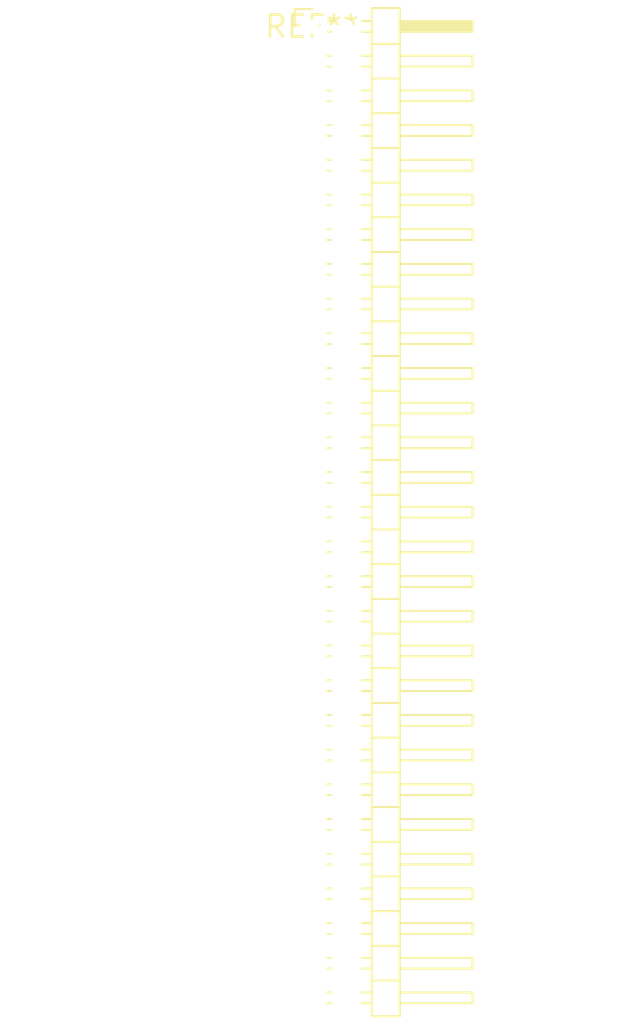
<source format=kicad_pcb>
(kicad_pcb (version 20240108) (generator pcbnew)
  (layers (0 "F.Cu" signal) (31 "B.Cu" signal) (34 "B.Paste" user) (35 "F.Paste" user) (36 "B.SilkS" user "B.Silkscreen") (37 "F.SilkS" user "F.Silkscreen") (38 "B.Mask" user) (39 "F.Mask" user) (44 "Edge.Cuts" user))
  (net 0 "")
  (footprint "PinHeader_2x29_P2.00mm_Horizontal" (layer "F.Cu") (at 0 0)
    (property "Reference" "REF**")
    (property "Value" "PinHeader_2x29_P2.00mm_Horizontal")
    (fp_line (start -1 -1) (end 0 -1) (layer "F.SilkS") (stroke (width 0.12)))
    (fp_line (start -1 0) (end -1 -1) (layer "F.SilkS") (stroke (width 0.12)))
    (fp_line (start 0.882114 1.69) (end 1.117886 1.69) (layer "F.SilkS") (stroke (width 0.12)))
    (fp_line (start 0.882114 2.31) (end 1.117886 2.31) (layer "F.SilkS") (stroke (width 0.12)))
    (fp_line (start 0.882114 3.69) (end 1.117886 3.69) (layer "F.SilkS") (stroke (width 0.12)))
    (fp_line (start 0.882114 4.31) (end 1.117886 4.31) (layer "F.SilkS") (stroke (width 0.12)))
    (fp_line (start 0.882114 5.69) (end 1.117886 5.69) (layer "F.SilkS") (stroke (width 0.12)))
    (fp_line (start 0.882114 6.31) (end 1.117886 6.31) (layer "F.SilkS") (stroke (width 0.12)))
    (fp_line (start 0.882114 7.69) (end 1.117886 7.69) (layer "F.SilkS") (stroke (width 0.12)))
    (fp_line (start 0.882114 8.31) (end 1.117886 8.31) (layer "F.SilkS") (stroke (width 0.12)))
    (fp_line (start 0.882114 9.69) (end 1.117886 9.69) (layer "F.SilkS") (stroke (width 0.12)))
    (fp_line (start 0.882114 10.31) (end 1.117886 10.31) (layer "F.SilkS") (stroke (width 0.12)))
    (fp_line (start 0.882114 11.69) (end 1.117886 11.69) (layer "F.SilkS") (stroke (width 0.12)))
    (fp_line (start 0.882114 12.31) (end 1.117886 12.31) (layer "F.SilkS") (stroke (width 0.12)))
    (fp_line (start 0.882114 13.69) (end 1.117886 13.69) (layer "F.SilkS") (stroke (width 0.12)))
    (fp_line (start 0.882114 14.31) (end 1.117886 14.31) (layer "F.SilkS") (stroke (width 0.12)))
    (fp_line (start 0.882114 15.69) (end 1.117886 15.69) (layer "F.SilkS") (stroke (width 0.12)))
    (fp_line (start 0.882114 16.31) (end 1.117886 16.31) (layer "F.SilkS") (stroke (width 0.12)))
    (fp_line (start 0.882114 17.69) (end 1.117886 17.69) (layer "F.SilkS") (stroke (width 0.12)))
    (fp_line (start 0.882114 18.31) (end 1.117886 18.31) (layer "F.SilkS") (stroke (width 0.12)))
    (fp_line (start 0.882114 19.69) (end 1.117886 19.69) (layer "F.SilkS") (stroke (width 0.12)))
    (fp_line (start 0.882114 20.31) (end 1.117886 20.31) (layer "F.SilkS") (stroke (width 0.12)))
    (fp_line (start 0.882114 21.69) (end 1.117886 21.69) (layer "F.SilkS") (stroke (width 0.12)))
    (fp_line (start 0.882114 22.31) (end 1.117886 22.31) (layer "F.SilkS") (stroke (width 0.12)))
    (fp_line (start 0.882114 23.69) (end 1.117886 23.69) (layer "F.SilkS") (stroke (width 0.12)))
    (fp_line (start 0.882114 24.31) (end 1.117886 24.31) (layer "F.SilkS") (stroke (width 0.12)))
    (fp_line (start 0.882114 25.69) (end 1.117886 25.69) (layer "F.SilkS") (stroke (width 0.12)))
    (fp_line (start 0.882114 26.31) (end 1.117886 26.31) (layer "F.SilkS") (stroke (width 0.12)))
    (fp_line (start 0.882114 27.69) (end 1.117886 27.69) (layer "F.SilkS") (stroke (width 0.12)))
    (fp_line (start 0.882114 28.31) (end 1.117886 28.31) (layer "F.SilkS") (stroke (width 0.12)))
    (fp_line (start 0.882114 29.69) (end 1.117886 29.69) (layer "F.SilkS") (stroke (width 0.12)))
    (fp_line (start 0.882114 30.31) (end 1.117886 30.31) (layer "F.SilkS") (stroke (width 0.12)))
    (fp_line (start 0.882114 31.69) (end 1.117886 31.69) (layer "F.SilkS") (stroke (width 0.12)))
    (fp_line (start 0.882114 32.31) (end 1.117886 32.31) (layer "F.SilkS") (stroke (width 0.12)))
    (fp_line (start 0.882114 33.69) (end 1.117886 33.69) (layer "F.SilkS") (stroke (width 0.12)))
    (fp_line (start 0.882114 34.31) (end 1.117886 34.31) (layer "F.SilkS") (stroke (width 0.12)))
    (fp_line (start 0.882114 35.69) (end 1.117886 35.69) (layer "F.SilkS") (stroke (width 0.12)))
    (fp_line (start 0.882114 36.31) (end 1.117886 36.31) (layer "F.SilkS") (stroke (width 0.12)))
    (fp_line (start 0.882114 37.69) (end 1.117886 37.69) (layer "F.SilkS") (stroke (width 0.12)))
    (fp_line (start 0.882114 38.31) (end 1.117886 38.31) (layer "F.SilkS") (stroke (width 0.12)))
    (fp_line (start 0.882114 39.69) (end 1.117886 39.69) (layer "F.SilkS") (stroke (width 0.12)))
    (fp_line (start 0.882114 40.31) (end 1.117886 40.31) (layer "F.SilkS") (stroke (width 0.12)))
    (fp_line (start 0.882114 41.69) (end 1.117886 41.69) (layer "F.SilkS") (stroke (width 0.12)))
    (fp_line (start 0.882114 42.31) (end 1.117886 42.31) (layer "F.SilkS") (stroke (width 0.12)))
    (fp_line (start 0.882114 43.69) (end 1.117886 43.69) (layer "F.SilkS") (stroke (width 0.12)))
    (fp_line (start 0.882114 44.31) (end 1.117886 44.31) (layer "F.SilkS") (stroke (width 0.12)))
    (fp_line (start 0.882114 45.69) (end 1.117886 45.69) (layer "F.SilkS") (stroke (width 0.12)))
    (fp_line (start 0.882114 46.31) (end 1.117886 46.31) (layer "F.SilkS") (stroke (width 0.12)))
    (fp_line (start 0.882114 47.69) (end 1.117886 47.69) (layer "F.SilkS") (stroke (width 0.12)))
    (fp_line (start 0.882114 48.31) (end 1.117886 48.31) (layer "F.SilkS") (stroke (width 0.12)))
    (fp_line (start 0.882114 49.69) (end 1.117886 49.69) (layer "F.SilkS") (stroke (width 0.12)))
    (fp_line (start 0.882114 50.31) (end 1.117886 50.31) (layer "F.SilkS") (stroke (width 0.12)))
    (fp_line (start 0.882114 51.69) (end 1.117886 51.69) (layer "F.SilkS") (stroke (width 0.12)))
    (fp_line (start 0.882114 52.31) (end 1.117886 52.31) (layer "F.SilkS") (stroke (width 0.12)))
    (fp_line (start 0.882114 53.69) (end 1.117886 53.69) (layer "F.SilkS") (stroke (width 0.12)))
    (fp_line (start 0.882114 54.31) (end 1.117886 54.31) (layer "F.SilkS") (stroke (width 0.12)))
    (fp_line (start 0.882114 55.69) (end 1.117886 55.69) (layer "F.SilkS") (stroke (width 0.12)))
    (fp_line (start 0.882114 56.31) (end 1.117886 56.31) (layer "F.SilkS") (stroke (width 0.12)))
    (fp_line (start 0.935 -0.31) (end 1.117886 -0.31) (layer "F.SilkS") (stroke (width 0.12)))
    (fp_line (start 0.935 0.31) (end 1.117886 0.31) (layer "F.SilkS") (stroke (width 0.12)))
    (fp_line (start 2.882114 -0.31) (end 3.44 -0.31) (layer "F.SilkS") (stroke (width 0.12)))
    (fp_line (start 2.882114 0.31) (end 3.44 0.31) (layer "F.SilkS") (stroke (width 0.12)))
    (fp_line (start 2.882114 1.69) (end 3.44 1.69) (layer "F.SilkS") (stroke (width 0.12)))
    (fp_line (start 2.882114 2.31) (end 3.44 2.31) (layer "F.SilkS") (stroke (width 0.12)))
    (fp_line (start 2.882114 3.69) (end 3.44 3.69) (layer "F.SilkS") (stroke (width 0.12)))
    (fp_line (start 2.882114 4.31) (end 3.44 4.31) (layer "F.SilkS") (stroke (width 0.12)))
    (fp_line (start 2.882114 5.69) (end 3.44 5.69) (layer "F.SilkS") (stroke (width 0.12)))
    (fp_line (start 2.882114 6.31) (end 3.44 6.31) (layer "F.SilkS") (stroke (width 0.12)))
    (fp_line (start 2.882114 7.69) (end 3.44 7.69) (layer "F.SilkS") (stroke (width 0.12)))
    (fp_line (start 2.882114 8.31) (end 3.44 8.31) (layer "F.SilkS") (stroke (width 0.12)))
    (fp_line (start 2.882114 9.69) (end 3.44 9.69) (layer "F.SilkS") (stroke (width 0.12)))
    (fp_line (start 2.882114 10.31) (end 3.44 10.31) (layer "F.SilkS") (stroke (width 0.12)))
    (fp_line (start 2.882114 11.69) (end 3.44 11.69) (layer "F.SilkS") (stroke (width 0.12)))
    (fp_line (start 2.882114 12.31) (end 3.44 12.31) (layer "F.SilkS") (stroke (width 0.12)))
    (fp_line (start 2.882114 13.69) (end 3.44 13.69) (layer "F.SilkS") (stroke (width 0.12)))
    (fp_line (start 2.882114 14.31) (end 3.44 14.31) (layer "F.SilkS") (stroke (width 0.12)))
    (fp_line (start 2.882114 15.69) (end 3.44 15.69) (layer "F.SilkS") (stroke (width 0.12)))
    (fp_line (start 2.882114 16.31) (end 3.44 16.31) (layer "F.SilkS") (stroke (width 0.12)))
    (fp_line (start 2.882114 17.69) (end 3.44 17.69) (layer "F.SilkS") (stroke (width 0.12)))
    (fp_line (start 2.882114 18.31) (end 3.44 18.31) (layer "F.SilkS") (stroke (width 0.12)))
    (fp_line (start 2.882114 19.69) (end 3.44 19.69) (layer "F.SilkS") (stroke (width 0.12)))
    (fp_line (start 2.882114 20.31) (end 3.44 20.31) (layer "F.SilkS") (stroke (width 0.12)))
    (fp_line (start 2.882114 21.69) (end 3.44 21.69) (layer "F.SilkS") (stroke (width 0.12)))
    (fp_line (start 2.882114 22.31) (end 3.44 22.31) (layer "F.SilkS") (stroke (width 0.12)))
    (fp_line (start 2.882114 23.69) (end 3.44 23.69) (layer "F.SilkS") (stroke (width 0.12)))
    (fp_line (start 2.882114 24.31) (end 3.44 24.31) (layer "F.SilkS") (stroke (width 0.12)))
    (fp_line (start 2.882114 25.69) (end 3.44 25.69) (layer "F.SilkS") (stroke (width 0.12)))
    (fp_line (start 2.882114 26.31) (end 3.44 26.31) (layer "F.SilkS") (stroke (width 0.12)))
    (fp_line (start 2.882114 27.69) (end 3.44 27.69) (layer "F.SilkS") (stroke (width 0.12)))
    (fp_line (start 2.882114 28.31) (end 3.44 28.31) (layer "F.SilkS") (stroke (width 0.12)))
    (fp_line (start 2.882114 29.69) (end 3.44 29.69) (layer "F.SilkS") (stroke (width 0.12)))
    (fp_line (start 2.882114 30.31) (end 3.44 30.31) (layer "F.SilkS") (stroke (width 0.12)))
    (fp_line (start 2.882114 31.69) (end 3.44 31.69) (layer "F.SilkS") (stroke (width 0.12)))
    (fp_line (start 2.882114 32.31) (end 3.44 32.31) (layer "F.SilkS") (stroke (width 0.12)))
    (fp_line (start 2.882114 33.69) (end 3.44 33.69) (layer "F.SilkS") (stroke (width 0.12)))
    (fp_line (start 2.882114 34.31) (end 3.44 34.31) (layer "F.SilkS") (stroke (width 0.12)))
    (fp_line (start 2.882114 35.69) (end 3.44 35.69) (layer "F.SilkS") (stroke (width 0.12)))
    (fp_line (start 2.882114 36.31) (end 3.44 36.31) (layer "F.SilkS") (stroke (width 0.12)))
    (fp_line (start 2.882114 37.69) (end 3.44 37.69) (layer "F.SilkS") (stroke (width 0.12)))
    (fp_line (start 2.882114 38.31) (end 3.44 38.31) (layer "F.SilkS") (stroke (width 0.12)))
    (fp_line (start 2.882114 39.69) (end 3.44 39.69) (layer "F.SilkS") (stroke (width 0.12)))
    (fp_line (start 2.882114 40.31) (end 3.44 40.31) (layer "F.SilkS") (stroke (width 0.12)))
    (fp_line (start 2.882114 41.69) (end 3.44 41.69) (layer "F.SilkS") (stroke (width 0.12)))
    (fp_line (start 2.882114 42.31) (end 3.44 42.31) (layer "F.SilkS") (stroke (width 0.12)))
    (fp_line (start 2.882114 43.69) (end 3.44 43.69) (layer "F.SilkS") (stroke (width 0.12)))
    (fp_line (start 2.882114 44.31) (end 3.44 44.31) (layer "F.SilkS") (stroke (width 0.12)))
    (fp_line (start 2.882114 45.69) (end 3.44 45.69) (layer "F.SilkS") (stroke (width 0.12)))
    (fp_line (start 2.882114 46.31) (end 3.44 46.31) (layer "F.SilkS") (stroke (width 0.12)))
    (fp_line (start 2.882114 47.69) (end 3.44 47.69) (layer "F.SilkS") (stroke (width 0.12)))
    (fp_line (start 2.882114 48.31) (end 3.44 48.31) (layer "F.SilkS") (stroke (width 0.12)))
    (fp_line (start 2.882114 49.69) (end 3.44 49.69) (layer "F.SilkS") (stroke (width 0.12)))
    (fp_line (start 2.882114 50.31) (end 3.44 50.31) (layer "F.SilkS") (stroke (width 0.12)))
    (fp_line (start 2.882114 51.69) (end 3.44 51.69) (layer "F.SilkS") (stroke (width 0.12)))
    (fp_line (start 2.882114 52.31) (end 3.44 52.31) (layer "F.SilkS") (stroke (width 0.12)))
    (fp_line (start 2.882114 53.69) (end 3.44 53.69) (layer "F.SilkS") (stroke (width 0.12)))
    (fp_line (start 2.882114 54.31) (end 3.44 54.31) (layer "F.SilkS") (stroke (width 0.12)))
    (fp_line (start 2.882114 55.69) (end 3.44 55.69) (layer "F.SilkS") (stroke (width 0.12)))
    (fp_line (start 2.882114 56.31) (end 3.44 56.31) (layer "F.SilkS") (stroke (width 0.12)))
    (fp_line (start 3.44 -1.06) (end 3.44 57.06) (layer "F.SilkS") (stroke (width 0.12)))
    (fp_line (start 3.44 1) (end 5.06 1) (layer "F.SilkS") (stroke (width 0.12)))
    (fp_line (start 3.44 3) (end 5.06 3) (layer "F.SilkS") (stroke (width 0.12)))
    (fp_line (start 3.44 5) (end 5.06 5) (layer "F.SilkS") (stroke (width 0.12)))
    (fp_line (start 3.44 7) (end 5.06 7) (layer "F.SilkS") (stroke (width 0.12)))
    (fp_line (start 3.44 9) (end 5.06 9) (layer "F.SilkS") (stroke (width 0.12)))
    (fp_line (start 3.44 11) (end 5.06 11) (layer "F.SilkS") (stroke (width 0.12)))
    (fp_line (start 3.44 13) (end 5.06 13) (layer "F.SilkS") (stroke (width 0.12)))
    (fp_line (start 3.44 15) (end 5.06 15) (layer "F.SilkS") (stroke (width 0.12)))
    (fp_line (start 3.44 17) (end 5.06 17) (layer "F.SilkS") (stroke (width 0.12)))
    (fp_line (start 3.44 19) (end 5.06 19) (layer "F.SilkS") (stroke (width 0.12)))
    (fp_line (start 3.44 21) (end 5.06 21) (layer "F.SilkS") (stroke (width 0.12)))
    (fp_line (start 3.44 23) (end 5.06 23) (layer "F.SilkS") (stroke (width 0.12)))
    (fp_line (start 3.44 25) (end 5.06 25) (layer "F.SilkS") (stroke (width 0.12)))
    (fp_line (start 3.44 27) (end 5.06 27) (layer "F.SilkS") (stroke (width 0.12)))
    (fp_line (start 3.44 29) (end 5.06 29) (layer "F.SilkS") (stroke (width 0.12)))
    (fp_line (start 3.44 31) (end 5.06 31) (layer "F.SilkS") (stroke (width 0.12)))
    (fp_line (start 3.44 33) (end 5.06 33) (layer "F.SilkS") (stroke (width 0.12)))
    (fp_line (start 3.44 35) (end 5.06 35) (layer "F.SilkS") (stroke (width 0.12)))
    (fp_line (start 3.44 37) (end 5.06 37) (layer "F.SilkS") (stroke (width 0.12)))
    (fp_line (start 3.44 39) (end 5.06 39) (layer "F.SilkS") (stroke (width 0.12)))
    (fp_line (start 3.44 41) (end 5.06 41) (layer "F.SilkS") (stroke (width 0.12)))
    (fp_line (start 3.44 43) (end 5.06 43) (layer "F.SilkS") (stroke (width 0.12)))
    (fp_line (start 3.44 45) (end 5.06 45) (layer "F.SilkS") (stroke (width 0.12)))
    (fp_line (start 3.44 47) (end 5.06 47) (layer "F.SilkS") (stroke (width 0.12)))
    (fp_line (start 3.44 49) (end 5.06 49) (layer "F.SilkS") (stroke (width 0.12)))
    (fp_line (start 3.44 51) (end 5.06 51) (layer "F.SilkS") (stroke (width 0.12)))
    (fp_line (start 3.44 53) (end 5.06 53) (layer "F.SilkS") (stroke (width 0.12)))
    (fp_line (start 3.44 55) (end 5.06 55) (layer "F.SilkS") (stroke (width 0.12)))
    (fp_line (start 3.44 57.06) (end 5.06 57.06) (layer "F.SilkS") (stroke (width 0.12)))
    (fp_line (start 5.06 -1.06) (end 3.44 -1.06) (layer "F.SilkS") (stroke (width 0.12)))
    (fp_line (start 5.06 -0.31) (end 9.26 -0.31) (layer "F.SilkS") (stroke (width 0.12)))
    (fp_line (start 5.06 -0.25) (end 9.26 -0.25) (layer "F.SilkS") (stroke (width 0.12)))
    (fp_line (start 5.06 -0.13) (end 9.26 -0.13) (layer "F.SilkS") (stroke (width 0.12)))
    (fp_line (start 5.06 -0.01) (end 9.26 -0.01) (layer "F.SilkS") (stroke (width 0.12)))
    (fp_line (start 5.06 0.11) (end 9.26 0.11) (layer "F.SilkS") (stroke (width 0.12)))
    (fp_line (start 5.06 0.23) (end 9.26 0.23) (layer "F.SilkS") (stroke (width 0.12)))
    (fp_line (start 5.06 1.69) (end 9.26 1.69) (layer "F.SilkS") (stroke (width 0.12)))
    (fp_line (start 5.06 3.69) (end 9.26 3.69) (layer "F.SilkS") (stroke (width 0.12)))
    (fp_line (start 5.06 5.69) (end 9.26 5.69) (layer "F.SilkS") (stroke (width 0.12)))
    (fp_line (start 5.06 7.69) (end 9.26 7.69) (layer "F.SilkS") (stroke (width 0.12)))
    (fp_line (start 5.06 9.69) (end 9.26 9.69) (layer "F.SilkS") (stroke (width 0.12)))
    (fp_line (start 5.06 11.69) (end 9.26 11.69) (layer "F.SilkS") (stroke (width 0.12)))
    (fp_line (start 5.06 13.69) (end 9.26 13.69) (layer "F.SilkS") (stroke (width 0.12)))
    (fp_line (start 5.06 15.69) (end 9.26 15.69) (layer "F.SilkS") (stroke (width 0.12)))
    (fp_line (start 5.06 17.69) (end 9.26 17.69) (layer "F.SilkS") (stroke (width 0.12)))
    (fp_line (start 5.06 19.69) (end 9.26 19.69) (layer "F.SilkS") (stroke (width 0.12)))
    (fp_line (start 5.06 21.69) (end 9.26 21.69) (layer "F.SilkS") (stroke (width 0.12)))
    (fp_line (start 5.06 23.69) (end 9.26 23.69) (layer "F.SilkS") (stroke (width 0.12)))
    (fp_line (start 5.06 25.69) (end 9.26 25.69) (layer "F.SilkS") (stroke (width 0.12)))
    (fp_line (start 5.06 27.69) (end 9.26 27.69) (layer "F.SilkS") (stroke (width 0.12)))
    (fp_line (start 5.06 29.69) (end 9.26 29.69) (layer "F.SilkS") (stroke (width 0.12)))
    (fp_line (start 5.06 31.69) (end 9.26 31.69) (layer "F.SilkS") (stroke (width 0.12)))
    (fp_line (start 5.06 33.69) (end 9.26 33.69) (layer "F.SilkS") (stroke (width 0.12)))
    (fp_line (start 5.06 35.69) (end 9.26 35.69) (layer "F.SilkS") (stroke (width 0.12)))
    (fp_line (start 5.06 37.69) (end 9.26 37.69) (layer "F.SilkS") (stroke (width 0.12)))
    (fp_line (start 5.06 39.69) (end 9.26 39.69) (layer "F.SilkS") (stroke (width 0.12)))
    (fp_line (start 5.06 41.69) (end 9.26 41.69) (layer "F.SilkS") (stroke (width 0.12)))
    (fp_line (start 5.06 43.69) (end 9.26 43.69) (layer "F.SilkS") (stroke (width 0.12)))
    (fp_line (start 5.06 45.69) (end 9.26 45.69) (layer "F.SilkS") (stroke (width 0.12)))
    (fp_line (start 5.06 47.69) (end 9.26 47.69) (layer "F.SilkS") (stroke (width 0.12)))
    (fp_line (start 5.06 49.69) (end 9.26 49.69) (layer "F.SilkS") (stroke (width 0.12)))
    (fp_line (start 5.06 51.69) (end 9.26 51.69) (layer "F.SilkS") (stroke (width 0.12)))
    (fp_line (start 5.06 53.69) (end 9.26 53.69) (layer "F.SilkS") (stroke (width 0.12)))
    (fp_line (start 5.06 55.69) (end 9.26 55.69) (layer "F.SilkS") (stroke (width 0.12)))
    (fp_line (start 5.06 57.06) (end 5.06 -1.06) (layer "F.SilkS") (stroke (width 0.12)))
    (fp_line (start 9.26 -0.31) (end 9.26 0.31) (layer "F.SilkS") (stroke (width 0.12)))
    (fp_line (start 9.26 0.31) (end 5.06 0.31) (layer "F.SilkS") (stroke (width 0.12)))
    (fp_line (start 9.26 1.69) (end 9.26 2.31) (layer "F.SilkS") (stroke (width 0.12)))
    (fp_line (start 9.26 2.31) (end 5.06 2.31) (layer "F.SilkS") (stroke (width 0.12)))
    (fp_line (start 9.26 3.69) (end 9.26 4.31) (layer "F.SilkS") (stroke (width 0.12)))
    (fp_line (start 9.26 4.31) (end 5.06 4.31) (layer "F.SilkS") (stroke (width 0.12)))
    (fp_line (start 9.26 5.69) (end 9.26 6.31) (layer "F.SilkS") (stroke (width 0.12)))
    (fp_line (start 9.26 6.31) (end 5.06 6.31) (layer "F.SilkS") (stroke (width 0.12)))
    (fp_line (start 9.26 7.69) (end 9.26 8.31) (layer "F.SilkS") (stroke (width 0.12)))
    (fp_line (start 9.26 8.31) (end 5.06 8.31) (layer "F.SilkS") (stroke (width 0.12)))
    (fp_line (start 9.26 9.69) (end 9.26 10.31) (layer "F.SilkS") (stroke (width 0.12)))
    (fp_line (start 9.26 10.31) (end 5.06 10.31) (layer "F.SilkS") (stroke (width 0.12)))
    (fp_line (start 9.26 11.69) (end 9.26 12.31) (layer "F.SilkS") (stroke (width 0.12)))
    (fp_line (start 9.26 12.31) (end 5.06 12.31) (layer "F.SilkS") (stroke (width 0.12)))
    (fp_line (start 9.26 13.69) (end 9.26 14.31) (layer "F.SilkS") (stroke (width 0.12)))
    (fp_line (start 9.26 14.31) (end 5.06 14.31) (layer "F.SilkS") (stroke (width 0.12)))
    (fp_line (start 9.26 15.69) (end 9.26 16.31) (layer "F.SilkS") (stroke (width 0.12)))
    (fp_line (start 9.26 16.31) (end 5.06 16.31) (layer "F.SilkS") (stroke (width 0.12)))
    (fp_line (start 9.26 17.69) (end 9.26 18.31) (layer "F.SilkS") (stroke (width 0.12)))
    (fp_line (start 9.26 18.31) (end 5.06 18.31) (layer "F.SilkS") (stroke (width 0.12)))
    (fp_line (start 9.26 19.69) (end 9.26 20.31) (layer "F.SilkS") (stroke (width 0.12)))
    (fp_line (start 9.26 20.31) (end 5.06 20.31) (layer "F.SilkS") (stroke (width 0.12)))
    (fp_line (start 9.26 21.69) (end 9.26 22.31) (layer "F.SilkS") (stroke (width 0.12)))
    (fp_line (start 9.26 22.31) (end 5.06 22.31) (layer "F.SilkS") (stroke (width 0.12)))
    (fp_line (start 9.26 23.69) (end 9.26 24.31) (layer "F.SilkS") (stroke (width 0.12)))
    (fp_line (start 9.26 24.31) (end 5.06 24.31) (layer "F.SilkS") (stroke (width 0.12)))
    (fp_line (start 9.26 25.69) (end 9.26 26.31) (layer "F.SilkS") (stroke (width 0.12)))
    (fp_line (start 9.26 26.31) (end 5.06 26.31) (layer "F.SilkS") (stroke (width 0.12)))
    (fp_line (start 9.26 27.69) (end 9.26 28.31) (layer "F.SilkS") (stroke (width 0.12)))
    (fp_line (start 9.26 28.31) (end 5.06 28.31) (layer "F.SilkS") (stroke (width 0.12)))
    (fp_line (start 9.26 29.69) (end 9.26 30.31) (layer "F.SilkS") (stroke (width 0.12)))
    (fp_line (start 9.26 30.31) (end 5.06 30.31) (layer "F.SilkS") (stroke (width 0.12)))
    (fp_line (start 9.26 31.69) (end 9.26 32.31) (layer "F.SilkS") (stroke (width 0.12)))
    (fp_line (start 9.26 32.31) (end 5.06 32.31) (layer "F.SilkS") (stroke (width 0.12)))
    (fp_line (start 9.26 33.69) (end 9.26 34.31) (layer "F.SilkS") (stroke (width 0.12)))
    (fp_line (start 9.26 34.31) (end 5.06 34.31) (layer "F.SilkS") (stroke (width 0.12)))
    (fp_line (start 9.26 35.69) (end 9.26 36.31) (layer "F.SilkS") (stroke (width 0.12)))
    (fp_line (start 9.26 36.31) (end 5.06 36.31) (layer "F.SilkS") (stroke (width 0.12)))
    (fp_line (start 9.26 37.69) (end 9.26 38.31) (layer "F.SilkS") (stroke (width 0.12)))
    (fp_line (start 9.26 38.31) (end 5.06 38.31) (layer "F.SilkS") (stroke (width 0.12)))
    (fp_line (start 9.26 39.69) (end 9.26 40.31) (layer "F.SilkS") (stroke (width 0.12)))
    (fp_line (start 9.26 40.31) (end 5.06 40.31) (layer "F.SilkS") (stroke (width 0.12)))
    (fp_line (start 9.26 41.69) (end 9.26 42.31) (layer "F.SilkS") (stroke (width 0.12)))
    (fp_line (start 9.26 42.31) (end 5.06 42.31) (layer "F.SilkS") (stroke (width 0.12)))
    (fp_line (start 9.26 43.69) (end 9.26 44.31) (layer "F.SilkS") (stroke (width 0.12)))
    (fp_line (start 9.26 44.31) (end 5.06 44.31) (layer "F.SilkS") (stroke (width 0.12)))
    (fp_line (start 9.26 45.69) (end 9.26 46.31) (layer "F.SilkS") (stroke (width 0.12)))
    (fp_line (start 9.26 46.31) (end 5.06 46.31) (layer "F.SilkS") (stroke (width 0.12)))
    (fp_line (start 9.26 47.69) (end 9.26 48.31) (layer "F.SilkS") (stroke (width 0.12)))
    (fp_line (start 9.26 48.31) (end 5.06 48.31) (layer "F.SilkS") (stroke (width 0.12)))
    (fp_line (start 9.26 49.69) (end 9.26 50.31) (layer "F.SilkS") (stroke (width 0.12)))
    (fp_line (start 9.26 50.31) (end 5.06 50.31) (layer "F.SilkS") (stroke (width 0.12)))
    (fp_line (start 9.26 51.69) (end 9.26 52.31) (layer "F.SilkS") (stroke (width 0.12)))
    (fp_line (start 9.26 52.31) (end 5.06 52.31) (layer "F.SilkS") (stroke (width 0.12)))
    (fp_line (start 9.26 53.69) (end 9.26 54.31) (layer "F.SilkS") (stroke (width 0.12)))
    (fp_line (start 9.26 54.31) (end 5.06 54.31) (layer "F.SilkS") (stroke (width 0.12)))
    (fp_line (start 9.26 55.69) (end 9.26 56.31) (layer "F.SilkS") (stroke (width 0.12)))
    (fp_line (start 9.26 56.31) (end 5.06 56.31) (layer "F.SilkS") (stroke (width 0.12)))
    (pad "1" thru_hole rect (at 0 0) (size 1.35 1.35) (drill 0.8) (layers *.Cu *.Mask) (remove_unused_layers))
    (pad "2" thru_hole oval (at 2 0) (size 1.35 1.35) (drill 0.8) (layers *.Cu *.Mask) (remove_unused_layers))
    (pad "3" thru_hole oval (at 0 2) (size 1.35 1.35) (drill 0.8) (layers *.Cu *.Mask) (remove_unused_layers))
    (pad "4" thru_hole oval (at 2 2) (size 1.35 1.35) (drill 0.8) (layers *.Cu *.Mask) (remove_unused_layers))
    (pad "5" thru_hole oval (at 0 4) (size 1.35 1.35) (drill 0.8) (layers *.Cu *.Mask) (remove_unused_layers))
    (pad "6" thru_hole oval (at 2 4) (size 1.35 1.35) (drill 0.8) (layers *.Cu *.Mask) (remove_unused_layers))
    (pad "7" thru_hole oval (at 0 6) (size 1.35 1.35) (drill 0.8) (layers *.Cu *.Mask) (remove_unused_layers))
    (pad "8" thru_hole oval (at 2 6) (size 1.35 1.35) (drill 0.8) (layers *.Cu *.Mask) (remove_unused_layers))
    (pad "9" thru_hole oval (at 0 8) (size 1.35 1.35) (drill 0.8) (layers *.Cu *.Mask) (remove_unused_layers))
    (pad "10" thru_hole oval (at 2 8) (size 1.35 1.35) (drill 0.8) (layers *.Cu *.Mask) (remove_unused_layers))
    (pad "11" thru_hole oval (at 0 10) (size 1.35 1.35) (drill 0.8) (layers *.Cu *.Mask) (remove_unused_layers))
    (pad "12" thru_hole oval (at 2 10) (size 1.35 1.35) (drill 0.8) (layers *.Cu *.Mask) (remove_unused_layers))
    (pad "13" thru_hole oval (at 0 12) (size 1.35 1.35) (drill 0.8) (layers *.Cu *.Mask) (remove_unused_layers))
    (pad "14" thru_hole oval (at 2 12) (size 1.35 1.35) (drill 0.8) (layers *.Cu *.Mask) (remove_unused_layers))
    (pad "15" thru_hole oval (at 0 14) (size 1.35 1.35) (drill 0.8) (layers *.Cu *.Mask) (remove_unused_layers))
    (pad "16" thru_hole oval (at 2 14) (size 1.35 1.35) (drill 0.8) (layers *.Cu *.Mask) (remove_unused_layers))
    (pad "17" thru_hole oval (at 0 16) (size 1.35 1.35) (drill 0.8) (layers *.Cu *.Mask) (remove_unused_layers))
    (pad "18" thru_hole oval (at 2 16) (size 1.35 1.35) (drill 0.8) (layers *.Cu *.Mask) (remove_unused_layers))
    (pad "19" thru_hole oval (at 0 18) (size 1.35 1.35) (drill 0.8) (layers *.Cu *.Mask) (remove_unused_layers))
    (pad "20" thru_hole oval (at 2 18) (size 1.35 1.35) (drill 0.8) (layers *.Cu *.Mask) (remove_unused_layers))
    (pad "21" thru_hole oval (at 0 20) (size 1.35 1.35) (drill 0.8) (layers *.Cu *.Mask) (remove_unused_layers))
    (pad "22" thru_hole oval (at 2 20) (size 1.35 1.35) (drill 0.8) (layers *.Cu *.Mask) (remove_unused_layers))
    (pad "23" thru_hole oval (at 0 22) (size 1.35 1.35) (drill 0.8) (layers *.Cu *.Mask) (remove_unused_layers))
    (pad "24" thru_hole oval (at 2 22) (size 1.35 1.35) (drill 0.8) (layers *.Cu *.Mask) (remove_unused_layers))
    (pad "25" thru_hole oval (at 0 24) (size 1.35 1.35) (drill 0.8) (layers *.Cu *.Mask) (remove_unused_layers))
    (pad "26" thru_hole oval (at 2 24) (size 1.35 1.35) (drill 0.8) (layers *.Cu *.Mask) (remove_unused_layers))
    (pad "27" thru_hole oval (at 0 26) (size 1.35 1.35) (drill 0.8) (layers *.Cu *.Mask) (remove_unused_layers))
    (pad "28" thru_hole oval (at 2 26) (size 1.35 1.35) (drill 0.8) (layers *.Cu *.Mask) (remove_unused_layers))
    (pad "29" thru_hole oval (at 0 28) (size 1.35 1.35) (drill 0.8) (layers *.Cu *.Mask) (remove_unused_layers))
    (pad "30" thru_hole oval (at 2 28) (size 1.35 1.35) (drill 0.8) (layers *.Cu *.Mask) (remove_unused_layers))
    (pad "31" thru_hole oval (at 0 30) (size 1.35 1.35) (drill 0.8) (layers *.Cu *.Mask) (remove_unused_layers))
    (pad "32" thru_hole oval (at 2 30) (size 1.35 1.35) (drill 0.8) (layers *.Cu *.Mask) (remove_unused_layers))
    (pad "33" thru_hole oval (at 0 32) (size 1.35 1.35) (drill 0.8) (layers *.Cu *.Mask) (remove_unused_layers))
    (pad "34" thru_hole oval (at 2 32) (size 1.35 1.35) (drill 0.8) (layers *.Cu *.Mask) (remove_unused_layers))
    (pad "35" thru_hole oval (at 0 34) (size 1.35 1.35) (drill 0.8) (layers *.Cu *.Mask) (remove_unused_layers))
    (pad "36" thru_hole oval (at 2 34) (size 1.35 1.35) (drill 0.8) (layers *.Cu *.Mask) (remove_unused_layers))
    (pad "37" thru_hole oval (at 0 36) (size 1.35 1.35) (drill 0.8) (layers *.Cu *.Mask) (remove_unused_layers))
    (pad "38" thru_hole oval (at 2 36) (size 1.35 1.35) (drill 0.8) (layers *.Cu *.Mask) (remove_unused_layers))
    (pad "39" thru_hole oval (at 0 38) (size 1.35 1.35) (drill 0.8) (layers *.Cu *.Mask) (remove_unused_layers))
    (pad "40" thru_hole oval (at 2 38) (size 1.35 1.35) (drill 0.8) (layers *.Cu *.Mask) (remove_unused_layers))
    (pad "41" thru_hole oval (at 0 40) (size 1.35 1.35) (drill 0.8) (layers *.Cu *.Mask) (remove_unused_layers))
    (pad "42" thru_hole oval (at 2 40) (size 1.35 1.35) (drill 0.8) (layers *.Cu *.Mask) (remove_unused_layers))
    (pad "43" thru_hole oval (at 0 42) (size 1.35 1.35) (drill 0.8) (layers *.Cu *.Mask) (remove_unused_layers))
    (pad "44" thru_hole oval (at 2 42) (size 1.35 1.35) (drill 0.8) (layers *.Cu *.Mask) (remove_unused_layers))
    (pad "45" thru_hole oval (at 0 44) (size 1.35 1.35) (drill 0.8) (layers *.Cu *.Mask) (remove_unused_layers))
    (pad "46" thru_hole oval (at 2 44) (size 1.35 1.35) (drill 0.8) (layers *.Cu *.Mask) (remove_unused_layers))
    (pad "47" thru_hole oval (at 0 46) (size 1.35 1.35) (drill 0.8) (layers *.Cu *.Mask) (remove_unused_layers))
    (pad "48" thru_hole oval (at 2 46) (size 1.35 1.35) (drill 0.8) (layers *.Cu *.Mask) (remove_unused_layers))
    (pad "49" thru_hole oval (at 0 48) (size 1.35 1.35) (drill 0.8) (layers *.Cu *.Mask) (remove_unused_layers))
    (pad "50" thru_hole oval (at 2 48) (size 1.35 1.35) (drill 0.8) (layers *.Cu *.Mask) (remove_unused_layers))
    (pad "51" thru_hole oval (at 0 50) (size 1.35 1.35) (drill 0.8) (layers *.Cu *.Mask) (remove_unused_layers))
    (pad "52" thru_hole oval (at 2 50) (size 1.35 1.35) (drill 0.8) (layers *.Cu *.Mask) (remove_unused_layers))
    (pad "53" thru_hole oval (at 0 52) (size 1.35 1.35) (drill 0.8) (layers *.Cu *.Mask) (remove_unused_layers))
    (pad "54" thru_hole oval (at 2 52) (size 1.35 1.35) (drill 0.8) (layers *.Cu *.Mask) (remove_unused_layers))
    (pad "55" thru_hole oval (at 0 54) (size 1.35 1.35) (drill 0.8) (layers *.Cu *.Mask) (remove_unused_layers))
    (pad "56" thru_hole oval (at 2 54) (size 1.35 1.35) (drill 0.8) (layers *.Cu *.Mask) (remove_unused_layers))
    (pad "57" thru_hole oval (at 0 56) (size 1.35 1.35) (drill 0.8) (layers *.Cu *.Mask) (remove_unused_layers))
    (pad "58" thru_hole oval (at 2 56) (size 1.35 1.35) (drill 0.8) (layers *.Cu *.Mask) (remove_unused_layers))
  )
)
</source>
